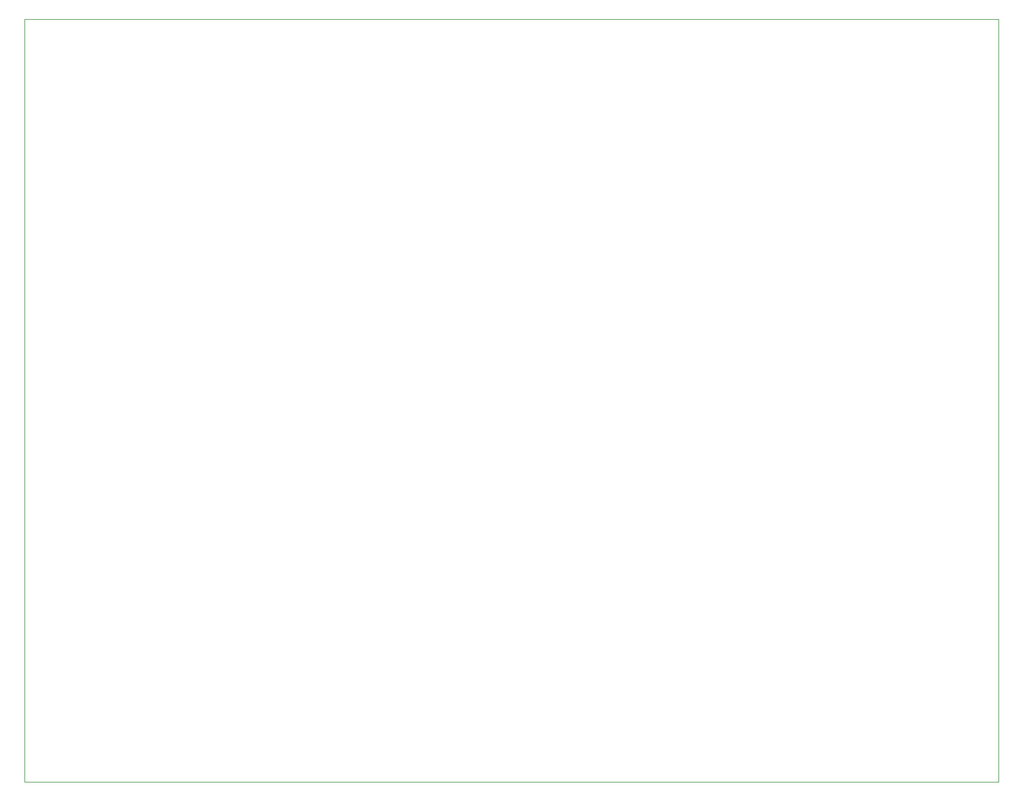
<source format=gbr>
%TF.GenerationSoftware,KiCad,Pcbnew,(5.1.12)-1*%
%TF.CreationDate,2022-10-26T16:15:57+02:00*%
%TF.ProjectId,dueottosei,6475656f-7474-46f7-9365-692e6b696361,rev?*%
%TF.SameCoordinates,Original*%
%TF.FileFunction,Profile,NP*%
%FSLAX46Y46*%
G04 Gerber Fmt 4.6, Leading zero omitted, Abs format (unit mm)*
G04 Created by KiCad (PCBNEW (5.1.12)-1) date 2022-10-26 16:15:57*
%MOMM*%
%LPD*%
G01*
G04 APERTURE LIST*
%TA.AperFunction,Profile*%
%ADD10C,0.050000*%
%TD*%
G04 APERTURE END LIST*
D10*
X83000000Y-145000000D02*
X83000000Y-37000000D01*
X221000000Y-145000000D02*
X83000000Y-145000000D01*
X221000000Y-37000000D02*
X221000000Y-145000000D01*
X83000000Y-37000000D02*
X221000000Y-37000000D01*
M02*

</source>
